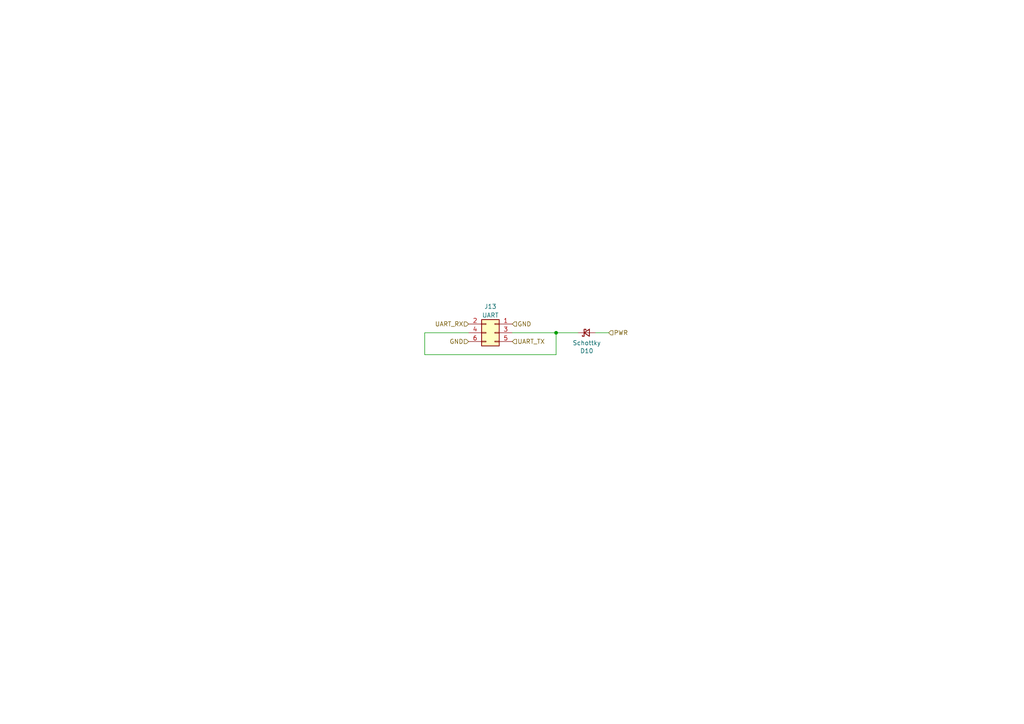
<source format=kicad_sch>
(kicad_sch (version 20211123) (generator eeschema)
  (paper "A4")
  (lib_symbols
    (symbol "Connector_Generic:Conn_02x03_Odd_Even" (pin_names (offset 1.016) hide)
      (property "Reference" "J" (at 1.27 5.08 0))
      (property "Value" "Conn_02x03_Odd_Even" (at 1.27 -5.08 0))
      (symbol "Conn_02x03_Odd_Even_1_1"
        (rectangle (start -1.27 -2.413) (end 0 -2.667) (stroke (width 0.1524)))
        (rectangle (start -1.27 0.127) (end 0 -0.127) (stroke (width 0.1524)))
        (rectangle (start -1.27 2.667) (end 0 2.413) (stroke (width 0.1524)))
        (rectangle (start -1.27 3.81) (end 3.81 -3.81) (stroke (width 0.254)) (fill (type background)))
        (rectangle (start 3.81 -2.413) (end 2.54 -2.667) (stroke (width 0.1524)))
        (rectangle (start 3.81 0.127) (end 2.54 -0.127) (stroke (width 0.1524)))
        (rectangle (start 3.81 2.667) (end 2.54 2.413) (stroke (width 0.1524)))
        (pin passive line (at -5.08 2.54 0) (length 3.81) (name "Pin_1") (number "1"))
        (pin passive line (at 7.62 2.54 180) (length 3.81) (name "Pin_2") (number "2"))
        (pin passive line (at -5.08 0 0) (length 3.81) (name "Pin_3") (number "3"))
        (pin passive line (at 7.62 0 180) (length 3.81) (name "Pin_4") (number "4"))
        (pin passive line (at -5.08 -2.54 0) (length 3.81) (name "Pin_5") (number "5"))
        (pin passive line (at 7.62 -2.54 180) (length 3.81) (name "Pin_6") (number "6"))
      )
    )
    (symbol "Device:D_Schottky_Small" (pin_numbers hide) (pin_names (offset 0.254) hide)
      (property "Reference" "D" (at -1.27 2.032 0))
      (property "Value" "D_Schottky_Small" (at -7.112 -2.032 0))
      (symbol "D_Schottky_Small_0_1"
        (polyline (pts (xy -0.762 0) (xy 0.762 0)))
        (polyline (pts (xy 0.762 -1.016) (xy -0.762 0) (xy 0.762 1.016) (xy 0.762 -1.016)) (stroke (width 0.254)))
        (polyline (pts (xy -1.27 0.762) (xy -1.27 1.016) (xy -0.762 1.016) (xy -0.762 -1.016) (xy -0.254 -1.016) (xy -0.254 -0.762)) (stroke (width 0.254)))
      )
      (symbol "D_Schottky_Small_1_1"
        (pin passive line (at -2.54 0 0) (length 1.778) (name "K") (number "1"))
        (pin passive line (at 2.54 0 180) (length 1.778) (name "A") (number "2"))
      )
    )
  )
  (junction (at 161.29 96.52))
  (wire (pts (xy 148.59 96.52) (xy 161.29 96.52)))
  (wire (pts (xy 161.29 96.52) (xy 161.29 102.87)))
  (wire (pts (xy 161.29 96.52) (xy 167.64 96.52)))
  (wire (pts (xy 135.89 96.52) (xy 123.19 96.52)))
  (wire (pts (xy 123.19 96.52) (xy 123.19 102.87)))
  (wire (pts (xy 123.19 102.87) (xy 161.29 102.87)))
  (wire (pts (xy 172.72 96.52) (xy 176.53 96.52)))
  (hierarchical_label "UART_RX" (shape input) (at 135.89 93.98 180))
  (hierarchical_label "GND" (shape input) (at 148.59 93.98 0))
  (hierarchical_label "GND" (shape input) (at 135.89 99.06 180))
  (hierarchical_label "PWR" (shape input) (at 176.53 96.52 0))
  (hierarchical_label "UART_TX" (shape input) (at 148.59 99.06 0))
  (symbol (lib_id "Connector_Generic:Conn_02x03_Odd_Even") (at 143.51 96.52 0) (mirror y) (unit 1)
    (property "Reference" "J13" (at 142.24 88.9 0))
    (property "Value" "UART" (at 142.24 91.44 0))
    (property "MFR.Part #" "B-3000R06P-0110" (effects hide))
    (property "Extended Part" "-" (effects hide))
    (property "JLCPCB Part #" "C146629" (effects hide))
  )
  (symbol (lib_id "Device:D_Schottky_Small") (at 170.18 96.52 0) (mirror x) (unit 1)
    (property "Reference" "D10" (at 170.18 101.7778 0))
    (property "Value" "Schottky" (at 170.18 99.4664 0))
    (property "Footprint" "Diode_SMD:D_SOD-123" (effects hide))
    (property "Datasheet" "https://datasheet.lcsc.com/szlcsc/Changjiang-Electronics-Tech-CJ-B5819W_C8598.pdf" (effects hide))
    (property "MFR.Part #" "B5819W SL" (effects hide))
    (property "Extended Part" "-" (effects hide))
    (property "JLCPCB Part #" "C8598" (effects hide))
  )
)
</source>
